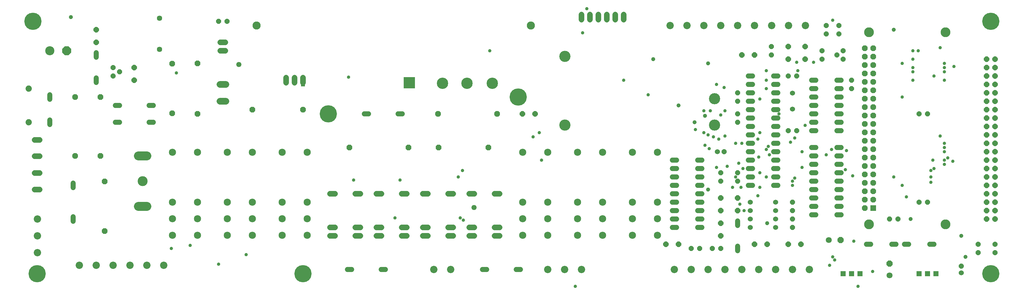
<source format=gbs>
G75*
G70*
%OFA0B0*%
%FSLAX24Y24*%
%IPPOS*%
%LPD*%
%AMOC8*
5,1,8,0,0,1.08239X$1,22.5*
%
%ADD10C,0.2049*%
%ADD11C,0.0600*%
%ADD12OC8,0.0600*%
%ADD13C,0.0595*%
%ADD14C,0.1080*%
%ADD15OC8,0.1080*%
%ADD16OC8,0.0680*%
%ADD17C,0.0740*%
%ADD18OC8,0.0640*%
%ADD19C,0.0680*%
%ADD20C,0.0674*%
%ADD21C,0.0789*%
%ADD22C,0.1080*%
%ADD23C,0.1180*%
%ADD24R,0.1346X0.1346*%
%ADD25C,0.1346*%
%ADD26C,0.0600*%
%ADD27C,0.0634*%
%ADD28C,0.1163*%
%ADD29R,0.0680X0.0680*%
%ADD30C,0.0848*%
%ADD31C,0.1328*%
%ADD32C,0.0867*%
%ADD33OC8,0.0710*%
%ADD34C,0.0710*%
%ADD35R,0.0630X0.0630*%
%ADD36C,0.0966*%
%ADD37C,0.0397*%
%ADD38C,0.0476*%
%ADD39R,0.0476X0.0476*%
%ADD40C,0.0611*%
D10*
X003100Y002600D03*
X034600Y002600D03*
X037600Y021600D03*
X060100Y023600D03*
X116100Y032600D03*
X116100Y002600D03*
X002600Y032600D03*
D11*
X010100Y028860D02*
X010100Y028340D01*
X010100Y025860D02*
X010100Y025340D01*
X004600Y023860D02*
X004600Y023340D01*
X004600Y020860D02*
X004600Y020340D01*
X007350Y013360D02*
X007350Y012840D01*
X007350Y009360D02*
X007350Y008840D01*
X039840Y003100D02*
X040360Y003100D01*
X043840Y003100D02*
X044360Y003100D01*
X055840Y003100D02*
X056360Y003100D01*
X059840Y003100D02*
X060360Y003100D01*
X078340Y008100D02*
X078860Y008100D01*
X078860Y009100D02*
X078340Y009100D01*
X078340Y010100D02*
X078860Y010100D01*
X081340Y010100D02*
X081860Y010100D01*
X081860Y009100D02*
X081340Y009100D01*
X081340Y008100D02*
X081860Y008100D01*
X086100Y008340D02*
X086100Y008860D01*
X081860Y011100D02*
X081340Y011100D01*
X078860Y011100D02*
X078340Y011100D01*
X078340Y012100D02*
X078860Y012100D01*
X081340Y012100D02*
X081860Y012100D01*
X081860Y013100D02*
X081340Y013100D01*
X078860Y013100D02*
X078340Y013100D01*
X078340Y014100D02*
X078860Y014100D01*
X078860Y015100D02*
X078340Y015100D01*
X078340Y016100D02*
X078860Y016100D01*
X081340Y016100D02*
X081860Y016100D01*
X081860Y015100D02*
X081340Y015100D01*
X081340Y014100D02*
X081860Y014100D01*
X087340Y014100D02*
X087860Y014100D01*
X087860Y015100D02*
X087340Y015100D01*
X090340Y015100D02*
X090860Y015100D01*
X090860Y014100D02*
X090340Y014100D01*
X090340Y013100D02*
X090860Y013100D01*
X087860Y013100D02*
X087340Y013100D01*
X094840Y012600D02*
X095360Y012600D01*
X097840Y012600D02*
X098360Y012600D01*
X098360Y011600D02*
X097840Y011600D01*
X097840Y010600D02*
X098360Y010600D01*
X095360Y010600D02*
X094840Y010600D01*
X094840Y011600D02*
X095360Y011600D01*
X095360Y009600D02*
X094840Y009600D01*
X097840Y009600D02*
X098360Y009600D01*
X101340Y006100D02*
X101860Y006100D01*
X104340Y006100D02*
X104860Y006100D01*
X105840Y006100D02*
X106360Y006100D01*
X108840Y006100D02*
X109360Y006100D01*
X086100Y005860D02*
X086100Y005340D01*
X094840Y013600D02*
X095360Y013600D01*
X097840Y013600D02*
X098360Y013600D01*
X098360Y014600D02*
X097840Y014600D01*
X095360Y014600D02*
X094840Y014600D01*
X094840Y015600D02*
X095360Y015600D01*
X097840Y015600D02*
X098360Y015600D01*
X098360Y016600D02*
X097840Y016600D01*
X095360Y016600D02*
X094840Y016600D01*
X094840Y017600D02*
X095360Y017600D01*
X097840Y017600D02*
X098360Y017600D01*
X098360Y019600D02*
X097840Y019600D01*
X095360Y019600D02*
X094840Y019600D01*
X094840Y020600D02*
X095360Y020600D01*
X097840Y020600D02*
X098360Y020600D01*
X098360Y021600D02*
X097840Y021600D01*
X095360Y021600D02*
X094840Y021600D01*
X094840Y022600D02*
X095360Y022600D01*
X097840Y022600D02*
X098360Y022600D01*
X098360Y023600D02*
X097840Y023600D01*
X097840Y024600D02*
X098360Y024600D01*
X095360Y024600D02*
X094840Y024600D01*
X094840Y023600D02*
X095360Y023600D01*
X090860Y023100D02*
X090340Y023100D01*
X087860Y023100D02*
X087340Y023100D01*
X087340Y022100D02*
X087860Y022100D01*
X090340Y022100D02*
X090860Y022100D01*
X090860Y021100D02*
X090340Y021100D01*
X090340Y020100D02*
X090860Y020100D01*
X090860Y019100D02*
X090340Y019100D01*
X087860Y019100D02*
X087340Y019100D01*
X087340Y018100D02*
X087860Y018100D01*
X090340Y018100D02*
X090860Y018100D01*
X090860Y017100D02*
X090340Y017100D01*
X087860Y017100D02*
X087340Y017100D01*
X087340Y016100D02*
X087860Y016100D01*
X090340Y016100D02*
X090860Y016100D01*
X087860Y020100D02*
X087340Y020100D01*
X087340Y021100D02*
X087860Y021100D01*
X087860Y024100D02*
X087340Y024100D01*
X090340Y024100D02*
X090860Y024100D01*
X090860Y025100D02*
X090340Y025100D01*
X087860Y025100D02*
X087340Y025100D01*
X087340Y026100D02*
X087860Y026100D01*
X090340Y026100D02*
X090860Y026100D01*
X094840Y025600D02*
X095360Y025600D01*
X097840Y025600D02*
X098360Y025600D01*
X046360Y021600D02*
X045840Y021600D01*
X042360Y021600D02*
X041840Y021600D01*
D12*
X012850Y026600D03*
X012100Y026100D03*
X012100Y027100D03*
X024600Y032600D03*
X025600Y032600D03*
X084500Y017100D03*
X084100Y014600D03*
X086100Y014600D03*
X086100Y013600D03*
X084100Y013600D03*
X092600Y011100D03*
X092600Y010100D03*
X092600Y009100D03*
X092600Y008100D03*
X084100Y005600D03*
X083100Y005600D03*
X081600Y005600D03*
X080600Y005600D03*
X104100Y009100D03*
X105100Y009100D03*
X107600Y011100D03*
X108600Y011100D03*
X114600Y006100D03*
X116600Y006100D03*
X116600Y005100D03*
X114600Y005100D03*
X112600Y003500D03*
X093100Y019600D03*
X092100Y019600D03*
X086100Y020600D03*
X086100Y021600D03*
X086100Y023100D03*
X086100Y024100D03*
X092100Y026100D03*
X093100Y026100D03*
X096100Y028100D03*
X097850Y028600D03*
X098600Y029100D03*
X096100Y029100D03*
X098600Y028100D03*
X099600Y025600D03*
X099600Y024600D03*
X107600Y021600D03*
X108600Y021600D03*
X090100Y028600D03*
X090100Y029600D03*
X096600Y031100D03*
X098100Y031100D03*
X098100Y032100D03*
X096600Y032100D03*
D13*
X016857Y022600D02*
X016343Y022600D01*
X012857Y022600D02*
X012343Y022600D01*
X012343Y020600D02*
X012857Y020600D01*
X016343Y020600D02*
X016857Y020600D01*
D14*
X004600Y029100D03*
D15*
X006600Y029100D03*
D16*
X019100Y027550D03*
X022100Y027600D03*
X010600Y023600D03*
X007600Y023600D03*
X019100Y021650D03*
X022100Y021600D03*
X028600Y022100D03*
X034600Y022100D03*
X040100Y017600D03*
X047100Y017600D03*
X050650Y017600D03*
X056550Y017600D03*
X057600Y021600D03*
X050600Y021600D03*
X011100Y013550D03*
X010600Y016600D03*
X007600Y016600D03*
X011100Y007650D03*
X101163Y010395D03*
X101163Y011395D03*
X102163Y011395D03*
X102163Y012395D03*
X101163Y012395D03*
X101163Y013395D03*
X102163Y013395D03*
X102163Y014395D03*
X101163Y014395D03*
X101163Y015395D03*
X102163Y015395D03*
X102163Y016395D03*
X101163Y016395D03*
X101163Y017395D03*
X102163Y017395D03*
X102163Y018395D03*
X101163Y018395D03*
X101163Y019395D03*
X102163Y019395D03*
X102163Y020395D03*
X101163Y020395D03*
X101163Y021395D03*
X102163Y021395D03*
X102163Y022395D03*
X101163Y022395D03*
X101163Y023395D03*
X102163Y023395D03*
X102163Y024395D03*
X101163Y024395D03*
X101163Y025395D03*
X102163Y025395D03*
X102163Y026395D03*
X101163Y026395D03*
X101163Y027395D03*
X102163Y027395D03*
X102163Y028395D03*
X101163Y028395D03*
X101163Y029395D03*
X102163Y029395D03*
D17*
X002100Y024600D03*
X002100Y020600D03*
D18*
X014600Y025600D03*
X014600Y027100D03*
X010100Y030100D03*
X010100Y031600D03*
X060600Y021600D03*
X062100Y021600D03*
X086600Y028600D03*
X088100Y028600D03*
X092100Y028100D03*
X094100Y028100D03*
X094100Y029600D03*
X092100Y029600D03*
X115600Y028100D03*
X116600Y028100D03*
X116600Y027100D03*
X115600Y027100D03*
X115600Y026100D03*
X116600Y026100D03*
X116600Y025100D03*
X115600Y025100D03*
X115600Y024100D03*
X116600Y024100D03*
X116600Y023100D03*
X115600Y023100D03*
X115600Y022100D03*
X116600Y022100D03*
X116600Y021100D03*
X115600Y021100D03*
X115600Y020100D03*
X116600Y020100D03*
X116600Y019100D03*
X115600Y019100D03*
X115600Y018100D03*
X116600Y018100D03*
X116600Y017100D03*
X115600Y017100D03*
X115600Y016100D03*
X116600Y016100D03*
X116600Y015100D03*
X115600Y015100D03*
X115600Y014100D03*
X116600Y014100D03*
X116600Y013100D03*
X115600Y013100D03*
X115600Y012100D03*
X116600Y012100D03*
X116600Y011100D03*
X115600Y011100D03*
X115600Y010100D03*
X116600Y010100D03*
X116600Y009100D03*
X115600Y009100D03*
X093600Y006100D03*
X092100Y006100D03*
X089600Y006100D03*
X088100Y006100D03*
X084100Y007100D03*
X084100Y008600D03*
X084100Y010100D03*
X086100Y010100D03*
X086100Y011600D03*
X084100Y011600D03*
X079100Y006100D03*
X077600Y006100D03*
D19*
X057900Y007100D02*
X057300Y007100D01*
X054900Y007100D02*
X054300Y007100D01*
X052400Y007100D02*
X051800Y007100D01*
X049400Y007100D02*
X048800Y007100D01*
X046900Y007100D02*
X046300Y007100D01*
X043900Y007100D02*
X043300Y007100D01*
X041400Y007100D02*
X040800Y007100D01*
X038400Y007100D02*
X037800Y007100D01*
X037800Y008100D02*
X038400Y008100D01*
X040800Y008100D02*
X041400Y008100D01*
X043300Y008100D02*
X043900Y008100D01*
X046300Y008100D02*
X046900Y008100D01*
X048800Y008100D02*
X049400Y008100D01*
X051800Y008100D02*
X052400Y008100D01*
X054300Y008100D02*
X054900Y008100D01*
X057300Y008100D02*
X057900Y008100D01*
X057900Y012100D02*
X057300Y012100D01*
X054900Y012100D02*
X054300Y012100D01*
X052400Y012100D02*
X051800Y012100D01*
X049400Y012100D02*
X048800Y012100D01*
X046900Y012100D02*
X046300Y012100D01*
X043900Y012100D02*
X043300Y012100D01*
X041400Y012100D02*
X040800Y012100D01*
X038400Y012100D02*
X037800Y012100D01*
X003400Y012600D02*
X002800Y012600D01*
X002800Y014570D02*
X003400Y014570D01*
X003400Y016550D02*
X002800Y016550D01*
X002800Y018510D02*
X003400Y018510D01*
X032600Y025300D02*
X032600Y025900D01*
X033600Y025900D02*
X033600Y025300D01*
X034600Y025300D02*
X034600Y025900D01*
X067600Y032800D02*
X067600Y033400D01*
X068600Y033400D02*
X068600Y032800D01*
X069600Y032800D02*
X069600Y033400D01*
X070600Y033400D02*
X070600Y032800D01*
X071600Y032800D02*
X071600Y033400D01*
X072600Y033400D02*
X072600Y032800D01*
D20*
X025397Y030100D02*
X024803Y030100D01*
X024803Y029100D02*
X025397Y029100D01*
D21*
X025454Y025100D02*
X024746Y025100D01*
X024746Y023100D02*
X025454Y023100D01*
D22*
X016100Y016600D02*
X015100Y016600D01*
X015100Y010600D02*
X016100Y010600D01*
D23*
X015600Y013600D03*
D24*
X047183Y025293D03*
D25*
X051104Y025234D03*
X054006Y025234D03*
X057006Y025234D03*
D26*
X083700Y017100D03*
X092600Y022150D03*
X092600Y024050D03*
X090600Y011100D03*
X090600Y010100D03*
X090600Y009100D03*
X090600Y008100D03*
X087600Y008100D03*
X087600Y009100D03*
X087600Y010100D03*
X087600Y011100D03*
X112600Y002700D03*
D27*
X017600Y029250D03*
X017600Y032950D03*
D28*
X101667Y031313D03*
X110722Y031313D03*
X110722Y008478D03*
X101667Y008478D03*
D29*
X102163Y010395D03*
D30*
X076576Y011116D03*
X073624Y011116D03*
X070076Y011116D03*
X067124Y011116D03*
X063576Y011116D03*
X060624Y011116D03*
X060624Y009147D03*
X063576Y009147D03*
X067124Y009147D03*
X070076Y009147D03*
X073624Y009147D03*
X076576Y009147D03*
X076576Y007179D03*
X073624Y007179D03*
X070076Y007179D03*
X067124Y007179D03*
X063576Y007179D03*
X060624Y007179D03*
X035076Y007179D03*
X032124Y007179D03*
X028576Y007179D03*
X025624Y007179D03*
X022076Y007179D03*
X019124Y007179D03*
X019124Y009147D03*
X022076Y009147D03*
X025624Y009147D03*
X028576Y009147D03*
X032124Y009147D03*
X035076Y009147D03*
X035076Y011116D03*
X032124Y011116D03*
X028576Y011116D03*
X025624Y011116D03*
X022076Y011116D03*
X019124Y011116D03*
X019124Y017021D03*
X022076Y017021D03*
X025624Y017021D03*
X028576Y017021D03*
X032124Y017021D03*
X035076Y017021D03*
X060624Y017021D03*
X063576Y017021D03*
X067124Y017021D03*
X070076Y017021D03*
X073624Y017021D03*
X076576Y017021D03*
D31*
X083340Y020256D03*
X083340Y023405D03*
X065624Y020256D03*
X065624Y028444D03*
D32*
X078100Y032090D03*
X080100Y032090D03*
X082100Y032090D03*
X084100Y032090D03*
X086100Y032090D03*
X088100Y032090D03*
X090108Y032090D03*
X092108Y032090D03*
X094108Y032090D03*
X003110Y009108D03*
X003110Y007108D03*
X003110Y005108D03*
X008100Y003610D03*
X010100Y003610D03*
X012100Y003610D03*
X014100Y003610D03*
X016100Y003610D03*
X018100Y003610D03*
X050092Y003110D03*
X052092Y003110D03*
X063592Y003110D03*
X065592Y003110D03*
X067592Y003110D03*
X078592Y003110D03*
X080592Y003110D03*
X082592Y003110D03*
X084592Y003110D03*
X086592Y003110D03*
X088592Y003110D03*
X090592Y003110D03*
X092592Y003110D03*
X094592Y003110D03*
D33*
X104100Y003800D03*
X098300Y006600D03*
D34*
X096900Y006600D03*
X104100Y002400D03*
D35*
X100600Y002600D03*
X099600Y002600D03*
X098600Y002600D03*
X107600Y002600D03*
X108600Y002600D03*
X109600Y002600D03*
D36*
X061600Y032100D03*
X029100Y032100D03*
D37*
X019600Y026475D03*
X039975Y025975D03*
X056725Y029100D03*
X067725Y031225D03*
X068225Y034100D03*
X089475Y026725D03*
X089475Y025600D03*
X089475Y024600D03*
X088725Y023350D03*
X084600Y021975D03*
X084100Y021475D03*
X082850Y021975D03*
X082100Y021975D03*
X075475Y023850D03*
X072600Y025600D03*
X083600Y025100D03*
X084475Y024725D03*
X093225Y026725D03*
X093100Y027725D03*
X095100Y027725D03*
X105600Y027600D03*
X106850Y028100D03*
X106850Y027100D03*
X106850Y026600D03*
X109350Y026100D03*
X110600Y026600D03*
X110600Y027100D03*
X111725Y027225D03*
X110600Y027600D03*
X107475Y029100D03*
X106850Y029100D03*
X110100Y029475D03*
X110600Y025600D03*
X106850Y025600D03*
X105600Y023600D03*
X094100Y020225D03*
X092850Y018725D03*
X092350Y018225D03*
X089725Y017725D03*
X089475Y017350D03*
X089850Y016725D03*
X088600Y016475D03*
X086225Y015725D03*
X084850Y015350D03*
X083600Y015225D03*
X086725Y015100D03*
X085850Y014100D03*
X088725Y014600D03*
X089475Y014100D03*
X092600Y013600D03*
X092850Y013975D03*
X092600Y013100D03*
X088725Y012850D03*
X086475Y012850D03*
X085475Y012850D03*
X088475Y011850D03*
X086350Y010850D03*
X086850Y010100D03*
X099850Y006475D03*
X097350Y004600D03*
X097600Y004225D03*
X096975Y003600D03*
X102100Y002850D03*
X100350Y001100D03*
X066850Y001100D03*
X053600Y008975D03*
X053225Y009225D03*
X045475Y009225D03*
X046100Y013725D03*
X040600Y013725D03*
X052975Y014100D03*
X053475Y014850D03*
X062850Y016100D03*
X061850Y018850D03*
X062600Y019350D03*
X081100Y019725D03*
X082100Y019350D03*
X082600Y019100D03*
X083225Y018850D03*
X083850Y018600D03*
X084600Y018975D03*
X085850Y018100D03*
X086600Y018100D03*
X088475Y018600D03*
X088725Y019350D03*
X082725Y017475D03*
X082225Y017850D03*
X093725Y017100D03*
X096600Y016725D03*
X097225Y017350D03*
X098975Y017225D03*
X093725Y015225D03*
X098850Y014975D03*
X099725Y014225D03*
X104600Y014100D03*
X105600Y013100D03*
X108975Y013475D03*
X108975Y014100D03*
X108975Y014850D03*
X109350Y015100D03*
X110600Y015600D03*
X110600Y016100D03*
X110975Y016350D03*
X111600Y015975D03*
X109225Y016100D03*
X110600Y017100D03*
X110600Y017600D03*
X110600Y018100D03*
X110100Y018975D03*
X090975Y021600D03*
X106100Y011725D03*
X097350Y032725D03*
X021225Y005975D03*
X018975Y005600D03*
X024600Y003725D03*
X027850Y004850D03*
D38*
X080975Y020600D03*
X082225Y021350D03*
X079100Y022600D03*
X082600Y027600D03*
X076100Y028100D03*
X104600Y031600D03*
X082600Y012600D03*
X089600Y008600D03*
X106600Y009100D03*
X112600Y007100D03*
X113100Y004600D03*
X007100Y033100D03*
D39*
X034600Y025100D03*
D40*
X026975Y027475D03*
X054850Y010475D03*
M02*

</source>
